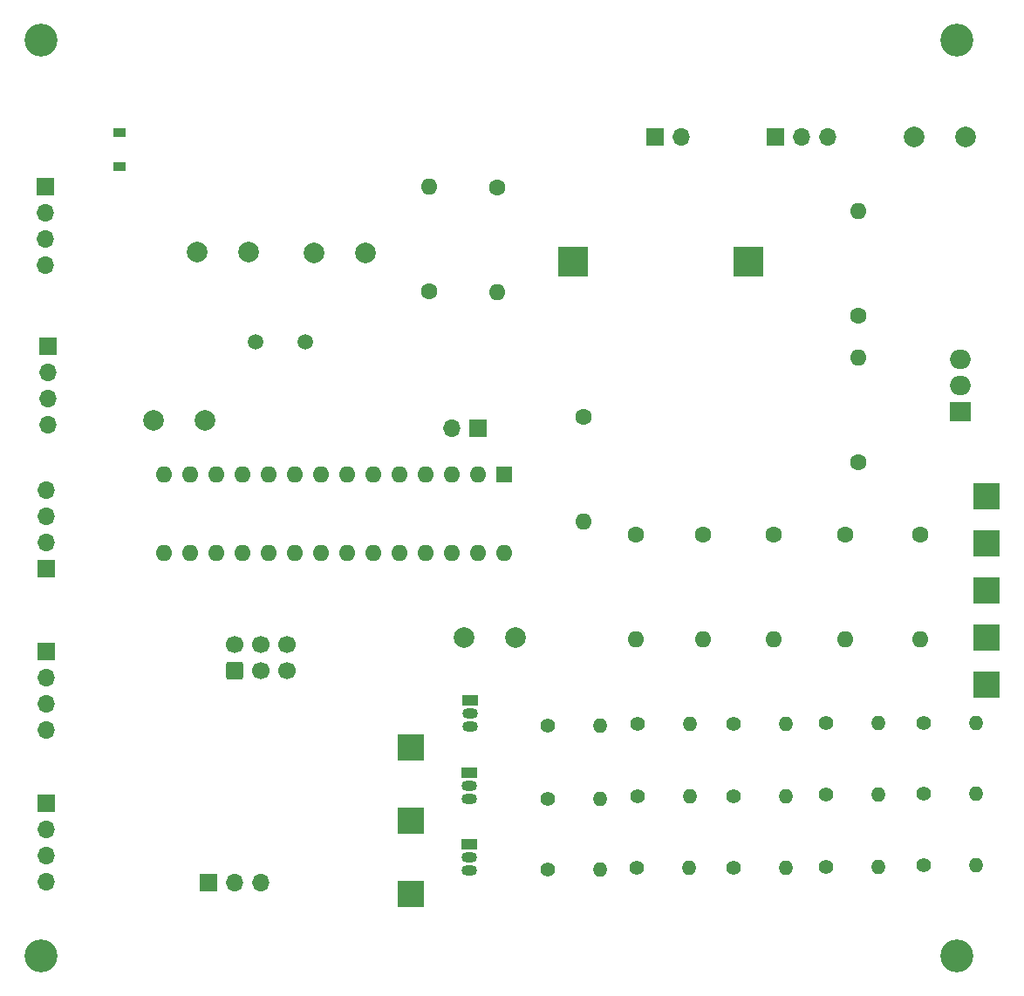
<source format=gts>
G04 #@! TF.GenerationSoftware,KiCad,Pcbnew,(6.0.10-0)*
G04 #@! TF.CreationDate,2023-03-02T00:17:39-06:00*
G04 #@! TF.ProjectId,445_board,3434355f-626f-4617-9264-2e6b69636164,rev?*
G04 #@! TF.SameCoordinates,Original*
G04 #@! TF.FileFunction,Soldermask,Top*
G04 #@! TF.FilePolarity,Negative*
%FSLAX46Y46*%
G04 Gerber Fmt 4.6, Leading zero omitted, Abs format (unit mm)*
G04 Created by KiCad (PCBNEW (6.0.10-0)) date 2023-03-02 00:17:39*
%MOMM*%
%LPD*%
G01*
G04 APERTURE LIST*
G04 Aperture macros list*
%AMRoundRect*
0 Rectangle with rounded corners*
0 $1 Rounding radius*
0 $2 $3 $4 $5 $6 $7 $8 $9 X,Y pos of 4 corners*
0 Add a 4 corners polygon primitive as box body*
4,1,4,$2,$3,$4,$5,$6,$7,$8,$9,$2,$3,0*
0 Add four circle primitives for the rounded corners*
1,1,$1+$1,$2,$3*
1,1,$1+$1,$4,$5*
1,1,$1+$1,$6,$7*
1,1,$1+$1,$8,$9*
0 Add four rect primitives between the rounded corners*
20,1,$1+$1,$2,$3,$4,$5,0*
20,1,$1+$1,$4,$5,$6,$7,0*
20,1,$1+$1,$6,$7,$8,$9,0*
20,1,$1+$1,$8,$9,$2,$3,0*%
G04 Aperture macros list end*
%ADD10R,2.500000X2.500000*%
%ADD11C,1.600000*%
%ADD12O,1.600000X1.600000*%
%ADD13C,2.000000*%
%ADD14C,1.400000*%
%ADD15O,1.400000X1.400000*%
%ADD16C,3.200000*%
%ADD17R,1.700000X1.700000*%
%ADD18O,1.700000X1.700000*%
%ADD19C,1.500000*%
%ADD20R,3.000000X3.000000*%
%ADD21R,1.500000X1.050000*%
%ADD22O,1.500000X1.050000*%
%ADD23R,1.200000X0.900000*%
%ADD24R,1.600000X1.600000*%
%ADD25RoundRect,0.250000X0.600000X-0.600000X0.600000X0.600000X-0.600000X0.600000X-0.600000X-0.600000X0*%
%ADD26C,1.700000*%
%ADD27R,2.000000X1.905000*%
%ADD28O,2.000000X1.905000*%
G04 APERTURE END LIST*
D10*
X200152000Y-119888000D03*
D11*
X161036000Y-93853000D03*
D12*
X161036000Y-104013000D03*
D11*
X146000000Y-81680000D03*
D12*
X146000000Y-71520000D03*
D13*
X123484000Y-77851000D03*
X128484000Y-77851000D03*
D14*
X157530000Y-137795000D03*
D15*
X162610000Y-137795000D03*
D13*
X154392000Y-115316000D03*
X149392000Y-115316000D03*
D11*
X187706000Y-84074000D03*
D12*
X187706000Y-73914000D03*
D14*
X166196000Y-137668000D03*
D15*
X171276000Y-137668000D03*
D14*
X175564000Y-137668000D03*
D15*
X180644000Y-137668000D03*
D16*
X197231000Y-146177000D03*
D17*
X124587000Y-139065000D03*
D18*
X127127000Y-139065000D03*
X129667000Y-139065000D03*
D14*
X184581000Y-130556000D03*
D15*
X189661000Y-130556000D03*
D13*
X119300000Y-94200000D03*
X124300000Y-94200000D03*
D17*
X108991000Y-87005000D03*
D18*
X108991000Y-89545000D03*
X108991000Y-92085000D03*
X108991000Y-94625000D03*
D17*
X179593000Y-66650000D03*
D18*
X182133000Y-66650000D03*
X184673000Y-66650000D03*
D19*
X129150000Y-86600000D03*
X134030000Y-86600000D03*
D20*
X159982000Y-78750000D03*
D14*
X194053000Y-137414000D03*
D15*
X199133000Y-137414000D03*
D10*
X144272000Y-125984000D03*
D14*
X157550000Y-123825000D03*
D15*
X162630000Y-123825000D03*
D14*
X175564000Y-123698000D03*
D15*
X180644000Y-123698000D03*
D16*
X108331000Y-146177000D03*
D14*
X166293000Y-130683000D03*
D15*
X171373000Y-130683000D03*
D14*
X194033000Y-130429000D03*
D15*
X199113000Y-130429000D03*
D10*
X200152000Y-115316000D03*
D11*
X186436000Y-105283000D03*
D12*
X186436000Y-115443000D03*
D21*
X149881000Y-135382000D03*
D22*
X149881000Y-136652000D03*
X149881000Y-137922000D03*
D23*
X115951000Y-66295000D03*
X115951000Y-69595000D03*
D16*
X197231000Y-57277000D03*
D14*
X193989000Y-123571000D03*
D15*
X199069000Y-123571000D03*
D17*
X150800000Y-95000000D03*
D18*
X148260000Y-95000000D03*
D24*
X153279000Y-99451000D03*
D12*
X150739000Y-99451000D03*
X148199000Y-99451000D03*
X145659000Y-99451000D03*
X143119000Y-99451000D03*
X140579000Y-99451000D03*
X138039000Y-99451000D03*
X135499000Y-99451000D03*
X132959000Y-99451000D03*
X130419000Y-99451000D03*
X127879000Y-99451000D03*
X125339000Y-99451000D03*
X122799000Y-99451000D03*
X120259000Y-99451000D03*
X120259000Y-107071000D03*
X122799000Y-107071000D03*
X125339000Y-107071000D03*
X127879000Y-107071000D03*
X130419000Y-107071000D03*
X132959000Y-107071000D03*
X135499000Y-107071000D03*
X138039000Y-107071000D03*
X140579000Y-107071000D03*
X143119000Y-107071000D03*
X145659000Y-107071000D03*
X148199000Y-107071000D03*
X150739000Y-107071000D03*
X153279000Y-107071000D03*
D14*
X157563000Y-130937000D03*
D15*
X162643000Y-130937000D03*
D25*
X127127000Y-118491000D03*
D26*
X127127000Y-115951000D03*
X129667000Y-118491000D03*
X129667000Y-115951000D03*
X132207000Y-118491000D03*
X132207000Y-115951000D03*
D11*
X179451000Y-105283000D03*
D12*
X179451000Y-115443000D03*
D10*
X200152000Y-106172000D03*
D11*
X193675000Y-105283000D03*
D12*
X193675000Y-115443000D03*
D14*
X175564000Y-130683000D03*
D15*
X180644000Y-130683000D03*
D14*
X184581000Y-123571000D03*
D15*
X189661000Y-123571000D03*
D10*
X144272000Y-133096000D03*
X200152000Y-110744000D03*
D16*
X108331000Y-57277000D03*
D14*
X184581000Y-137541000D03*
D15*
X189661000Y-137541000D03*
D17*
X167914000Y-66650000D03*
D18*
X170454000Y-66650000D03*
D11*
X166116000Y-105283000D03*
D12*
X166116000Y-115443000D03*
D21*
X150008000Y-121412000D03*
D22*
X150008000Y-122682000D03*
X150008000Y-123952000D03*
D13*
X134847000Y-77904000D03*
X139847000Y-77904000D03*
D17*
X108864000Y-116596000D03*
D18*
X108864000Y-119136000D03*
X108864000Y-121676000D03*
X108864000Y-124216000D03*
D17*
X108737000Y-71511000D03*
D18*
X108737000Y-74051000D03*
X108737000Y-76591000D03*
X108737000Y-79131000D03*
D11*
X187706000Y-98298000D03*
D12*
X187706000Y-88138000D03*
D20*
X177000000Y-78750000D03*
D17*
X108839000Y-131328000D03*
D18*
X108839000Y-133868000D03*
X108839000Y-136408000D03*
X108839000Y-138948000D03*
D13*
X193080000Y-66675000D03*
X198080000Y-66675000D03*
D21*
X149881000Y-128397000D03*
D22*
X149881000Y-129667000D03*
X149881000Y-130937000D03*
D17*
X108814000Y-108575000D03*
D18*
X108814000Y-106035000D03*
X108814000Y-103495000D03*
X108814000Y-100955000D03*
D11*
X172593000Y-105283000D03*
D12*
X172593000Y-115443000D03*
D27*
X197541000Y-93345000D03*
D28*
X197541000Y-90805000D03*
X197541000Y-88265000D03*
D10*
X144272000Y-140208000D03*
D11*
X152600000Y-71628000D03*
D12*
X152600000Y-81788000D03*
D10*
X200152000Y-101600000D03*
D14*
X166293000Y-123698000D03*
D15*
X171373000Y-123698000D03*
M02*

</source>
